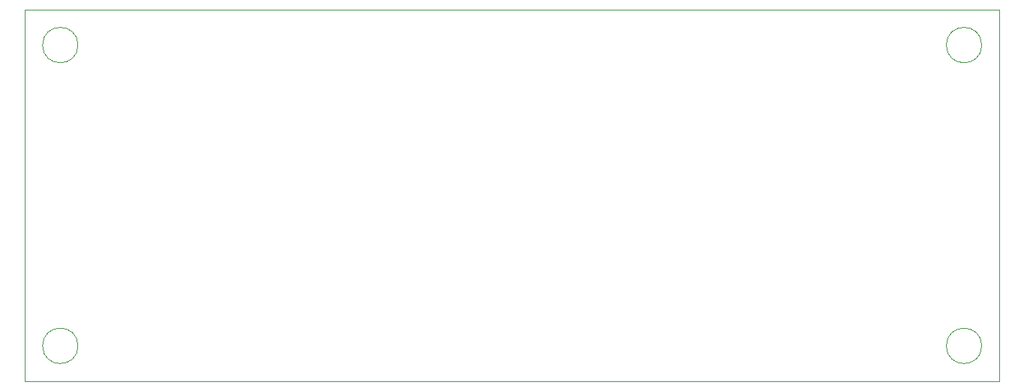
<source format=gbr>
%TF.GenerationSoftware,KiCad,Pcbnew,(5.1.7)-1*%
%TF.CreationDate,2021-01-12T02:41:31-08:00*%
%TF.ProjectId,pain5,7061696e-352e-46b6-9963-61645f706362,rev?*%
%TF.SameCoordinates,Original*%
%TF.FileFunction,Profile,NP*%
%FSLAX46Y46*%
G04 Gerber Fmt 4.6, Leading zero omitted, Abs format (unit mm)*
G04 Created by KiCad (PCBNEW (5.1.7)-1) date 2021-01-12 02:41:31*
%MOMM*%
%LPD*%
G01*
G04 APERTURE LIST*
%TA.AperFunction,Profile*%
%ADD10C,0.050000*%
%TD*%
%TA.AperFunction,Profile*%
%ADD11C,0.100000*%
%TD*%
G04 APERTURE END LIST*
D10*
X218000000Y-101000000D02*
G75*
G03*
X218000000Y-101000000I-2000000J0D01*
G01*
X116000000Y-101000000D02*
G75*
G03*
X116000000Y-101000000I-2000000J0D01*
G01*
X218000000Y-67000000D02*
G75*
G03*
X218000000Y-67000000I-2000000J0D01*
G01*
X116000000Y-67000000D02*
G75*
G03*
X116000000Y-67000000I-2000000J0D01*
G01*
X110000000Y-63000000D02*
X220000000Y-63000000D01*
D11*
X220000000Y-63000000D02*
X220000000Y-105000000D01*
X110000000Y-105000000D02*
X110000000Y-63000000D01*
X220000000Y-105000000D02*
X110000000Y-105000000D01*
M02*

</source>
